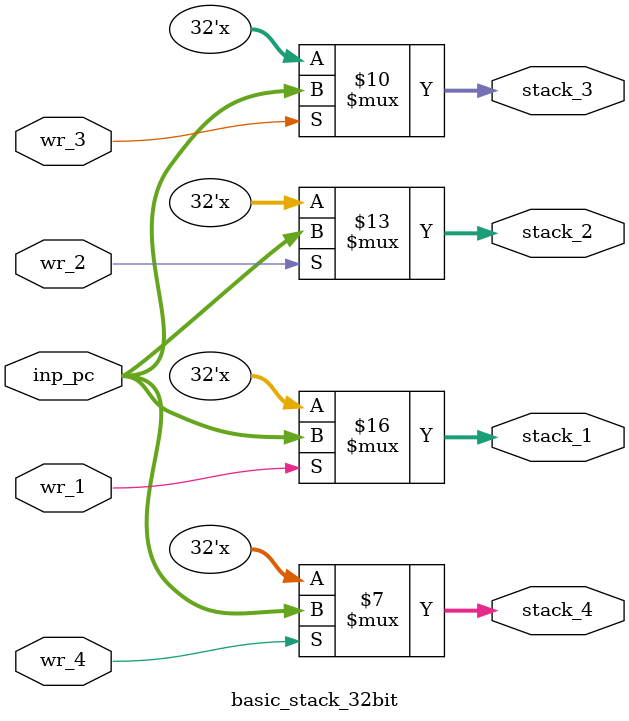
<source format=v>
`timescale 1ns / 1ps


module basic_stack_32bit(
input [31:0] inp_pc,
input wr_1, wr_2, wr_3, wr_4,
output reg [31:0] stack_1, stack_2, stack_3, stack_4
);

always@(*)
begin
  if (wr_1 == 1'b1)
    stack_1 = inp_pc;
  if (wr_2 == 1'b1)
    stack_2 = inp_pc;
  if (wr_3 == 1'b1)
    stack_3 = inp_pc; 
  if (wr_4 == 1'b1)
    stack_4 = inp_pc;
end
endmodule

</source>
